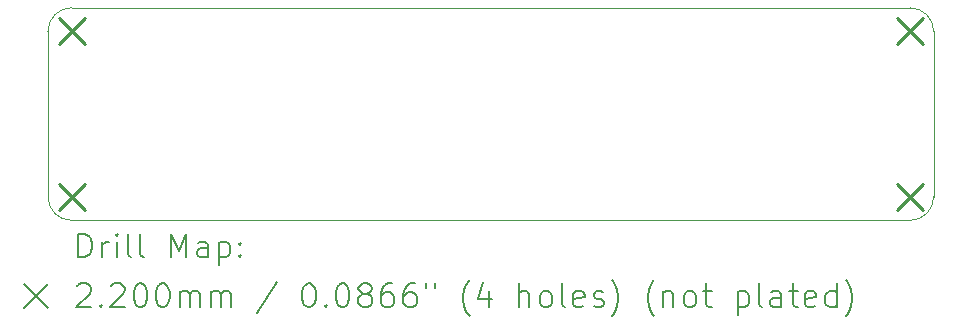
<source format=gbr>
%TF.GenerationSoftware,KiCad,Pcbnew,8.0.4*%
%TF.CreationDate,2025-02-17T13:02:27+11:00*%
%TF.ProjectId,LSG,4c53472e-6b69-4636-9164-5f7063625858,rev?*%
%TF.SameCoordinates,Original*%
%TF.FileFunction,Drillmap*%
%TF.FilePolarity,Positive*%
%FSLAX45Y45*%
G04 Gerber Fmt 4.5, Leading zero omitted, Abs format (unit mm)*
G04 Created by KiCad (PCBNEW 8.0.4) date 2025-02-17 13:02:27*
%MOMM*%
%LPD*%
G01*
G04 APERTURE LIST*
%ADD10C,0.050000*%
%ADD11C,0.200000*%
%ADD12C,0.220000*%
G04 APERTURE END LIST*
D10*
X0Y900000D02*
X3550000Y900000D01*
X0Y-900000D02*
X3550000Y-900000D01*
X3750000Y-700000D02*
X3750000Y700000D01*
X-3750000Y-700000D02*
X-3750000Y700000D01*
X3750000Y-700000D02*
G75*
G02*
X3550000Y-900000I-200000J0D01*
G01*
X3550000Y900000D02*
G75*
G02*
X3750000Y700000I0J-200000D01*
G01*
X0Y900000D02*
X-3550000Y900000D01*
X-3750000Y700000D02*
G75*
G02*
X-3550000Y900000I200000J0D01*
G01*
X-3550000Y-900000D02*
G75*
G02*
X-3750000Y-700000I0J200000D01*
G01*
X0Y-900000D02*
X-3550000Y-900000D01*
D11*
D12*
X-3660000Y810000D02*
X-3440000Y590000D01*
X-3440000Y810000D02*
X-3660000Y590000D01*
X-3660000Y-590000D02*
X-3440000Y-810000D01*
X-3440000Y-590000D02*
X-3660000Y-810000D01*
X3440000Y810000D02*
X3660000Y590000D01*
X3660000Y810000D02*
X3440000Y590000D01*
X3440000Y-590000D02*
X3660000Y-810000D01*
X3660000Y-590000D02*
X3440000Y-810000D01*
D11*
X-3491723Y-1213984D02*
X-3491723Y-1013984D01*
X-3491723Y-1013984D02*
X-3444104Y-1013984D01*
X-3444104Y-1013984D02*
X-3415533Y-1023508D01*
X-3415533Y-1023508D02*
X-3396485Y-1042555D01*
X-3396485Y-1042555D02*
X-3386961Y-1061603D01*
X-3386961Y-1061603D02*
X-3377437Y-1099698D01*
X-3377437Y-1099698D02*
X-3377437Y-1128270D01*
X-3377437Y-1128270D02*
X-3386961Y-1166365D01*
X-3386961Y-1166365D02*
X-3396485Y-1185412D01*
X-3396485Y-1185412D02*
X-3415533Y-1204460D01*
X-3415533Y-1204460D02*
X-3444104Y-1213984D01*
X-3444104Y-1213984D02*
X-3491723Y-1213984D01*
X-3291723Y-1213984D02*
X-3291723Y-1080650D01*
X-3291723Y-1118746D02*
X-3282199Y-1099698D01*
X-3282199Y-1099698D02*
X-3272675Y-1090174D01*
X-3272675Y-1090174D02*
X-3253628Y-1080650D01*
X-3253628Y-1080650D02*
X-3234580Y-1080650D01*
X-3167914Y-1213984D02*
X-3167914Y-1080650D01*
X-3167914Y-1013984D02*
X-3177437Y-1023508D01*
X-3177437Y-1023508D02*
X-3167914Y-1033031D01*
X-3167914Y-1033031D02*
X-3158390Y-1023508D01*
X-3158390Y-1023508D02*
X-3167914Y-1013984D01*
X-3167914Y-1013984D02*
X-3167914Y-1033031D01*
X-3044104Y-1213984D02*
X-3063152Y-1204460D01*
X-3063152Y-1204460D02*
X-3072675Y-1185412D01*
X-3072675Y-1185412D02*
X-3072675Y-1013984D01*
X-2939342Y-1213984D02*
X-2958390Y-1204460D01*
X-2958390Y-1204460D02*
X-2967914Y-1185412D01*
X-2967914Y-1185412D02*
X-2967914Y-1013984D01*
X-2710771Y-1213984D02*
X-2710771Y-1013984D01*
X-2710771Y-1013984D02*
X-2644104Y-1156841D01*
X-2644104Y-1156841D02*
X-2577437Y-1013984D01*
X-2577437Y-1013984D02*
X-2577437Y-1213984D01*
X-2396485Y-1213984D02*
X-2396485Y-1109222D01*
X-2396485Y-1109222D02*
X-2406009Y-1090174D01*
X-2406009Y-1090174D02*
X-2425056Y-1080650D01*
X-2425056Y-1080650D02*
X-2463152Y-1080650D01*
X-2463152Y-1080650D02*
X-2482199Y-1090174D01*
X-2396485Y-1204460D02*
X-2415533Y-1213984D01*
X-2415533Y-1213984D02*
X-2463152Y-1213984D01*
X-2463152Y-1213984D02*
X-2482199Y-1204460D01*
X-2482199Y-1204460D02*
X-2491723Y-1185412D01*
X-2491723Y-1185412D02*
X-2491723Y-1166365D01*
X-2491723Y-1166365D02*
X-2482199Y-1147317D01*
X-2482199Y-1147317D02*
X-2463152Y-1137793D01*
X-2463152Y-1137793D02*
X-2415533Y-1137793D01*
X-2415533Y-1137793D02*
X-2396485Y-1128270D01*
X-2301247Y-1080650D02*
X-2301247Y-1280650D01*
X-2301247Y-1090174D02*
X-2282199Y-1080650D01*
X-2282199Y-1080650D02*
X-2244104Y-1080650D01*
X-2244104Y-1080650D02*
X-2225056Y-1090174D01*
X-2225056Y-1090174D02*
X-2215533Y-1099698D01*
X-2215533Y-1099698D02*
X-2206009Y-1118746D01*
X-2206009Y-1118746D02*
X-2206009Y-1175889D01*
X-2206009Y-1175889D02*
X-2215533Y-1194936D01*
X-2215533Y-1194936D02*
X-2225056Y-1204460D01*
X-2225056Y-1204460D02*
X-2244104Y-1213984D01*
X-2244104Y-1213984D02*
X-2282199Y-1213984D01*
X-2282199Y-1213984D02*
X-2301247Y-1204460D01*
X-2120295Y-1194936D02*
X-2110771Y-1204460D01*
X-2110771Y-1204460D02*
X-2120295Y-1213984D01*
X-2120295Y-1213984D02*
X-2129818Y-1204460D01*
X-2129818Y-1204460D02*
X-2120295Y-1194936D01*
X-2120295Y-1194936D02*
X-2120295Y-1213984D01*
X-2120295Y-1090174D02*
X-2110771Y-1099698D01*
X-2110771Y-1099698D02*
X-2120295Y-1109222D01*
X-2120295Y-1109222D02*
X-2129818Y-1099698D01*
X-2129818Y-1099698D02*
X-2120295Y-1090174D01*
X-2120295Y-1090174D02*
X-2120295Y-1109222D01*
X-3952500Y-1442500D02*
X-3752500Y-1642500D01*
X-3752500Y-1442500D02*
X-3952500Y-1642500D01*
X-3501247Y-1453031D02*
X-3491723Y-1443508D01*
X-3491723Y-1443508D02*
X-3472675Y-1433984D01*
X-3472675Y-1433984D02*
X-3425056Y-1433984D01*
X-3425056Y-1433984D02*
X-3406009Y-1443508D01*
X-3406009Y-1443508D02*
X-3396485Y-1453031D01*
X-3396485Y-1453031D02*
X-3386961Y-1472079D01*
X-3386961Y-1472079D02*
X-3386961Y-1491127D01*
X-3386961Y-1491127D02*
X-3396485Y-1519698D01*
X-3396485Y-1519698D02*
X-3510771Y-1633984D01*
X-3510771Y-1633984D02*
X-3386961Y-1633984D01*
X-3301247Y-1614936D02*
X-3291723Y-1624460D01*
X-3291723Y-1624460D02*
X-3301247Y-1633984D01*
X-3301247Y-1633984D02*
X-3310771Y-1624460D01*
X-3310771Y-1624460D02*
X-3301247Y-1614936D01*
X-3301247Y-1614936D02*
X-3301247Y-1633984D01*
X-3215533Y-1453031D02*
X-3206009Y-1443508D01*
X-3206009Y-1443508D02*
X-3186961Y-1433984D01*
X-3186961Y-1433984D02*
X-3139342Y-1433984D01*
X-3139342Y-1433984D02*
X-3120294Y-1443508D01*
X-3120294Y-1443508D02*
X-3110771Y-1453031D01*
X-3110771Y-1453031D02*
X-3101247Y-1472079D01*
X-3101247Y-1472079D02*
X-3101247Y-1491127D01*
X-3101247Y-1491127D02*
X-3110771Y-1519698D01*
X-3110771Y-1519698D02*
X-3225056Y-1633984D01*
X-3225056Y-1633984D02*
X-3101247Y-1633984D01*
X-2977437Y-1433984D02*
X-2958390Y-1433984D01*
X-2958390Y-1433984D02*
X-2939342Y-1443508D01*
X-2939342Y-1443508D02*
X-2929818Y-1453031D01*
X-2929818Y-1453031D02*
X-2920294Y-1472079D01*
X-2920294Y-1472079D02*
X-2910771Y-1510174D01*
X-2910771Y-1510174D02*
X-2910771Y-1557793D01*
X-2910771Y-1557793D02*
X-2920294Y-1595888D01*
X-2920294Y-1595888D02*
X-2929818Y-1614936D01*
X-2929818Y-1614936D02*
X-2939342Y-1624460D01*
X-2939342Y-1624460D02*
X-2958390Y-1633984D01*
X-2958390Y-1633984D02*
X-2977437Y-1633984D01*
X-2977437Y-1633984D02*
X-2996485Y-1624460D01*
X-2996485Y-1624460D02*
X-3006009Y-1614936D01*
X-3006009Y-1614936D02*
X-3015533Y-1595888D01*
X-3015533Y-1595888D02*
X-3025056Y-1557793D01*
X-3025056Y-1557793D02*
X-3025056Y-1510174D01*
X-3025056Y-1510174D02*
X-3015533Y-1472079D01*
X-3015533Y-1472079D02*
X-3006009Y-1453031D01*
X-3006009Y-1453031D02*
X-2996485Y-1443508D01*
X-2996485Y-1443508D02*
X-2977437Y-1433984D01*
X-2786961Y-1433984D02*
X-2767914Y-1433984D01*
X-2767914Y-1433984D02*
X-2748866Y-1443508D01*
X-2748866Y-1443508D02*
X-2739342Y-1453031D01*
X-2739342Y-1453031D02*
X-2729818Y-1472079D01*
X-2729818Y-1472079D02*
X-2720295Y-1510174D01*
X-2720295Y-1510174D02*
X-2720295Y-1557793D01*
X-2720295Y-1557793D02*
X-2729818Y-1595888D01*
X-2729818Y-1595888D02*
X-2739342Y-1614936D01*
X-2739342Y-1614936D02*
X-2748866Y-1624460D01*
X-2748866Y-1624460D02*
X-2767914Y-1633984D01*
X-2767914Y-1633984D02*
X-2786961Y-1633984D01*
X-2786961Y-1633984D02*
X-2806009Y-1624460D01*
X-2806009Y-1624460D02*
X-2815533Y-1614936D01*
X-2815533Y-1614936D02*
X-2825056Y-1595888D01*
X-2825056Y-1595888D02*
X-2834580Y-1557793D01*
X-2834580Y-1557793D02*
X-2834580Y-1510174D01*
X-2834580Y-1510174D02*
X-2825056Y-1472079D01*
X-2825056Y-1472079D02*
X-2815533Y-1453031D01*
X-2815533Y-1453031D02*
X-2806009Y-1443508D01*
X-2806009Y-1443508D02*
X-2786961Y-1433984D01*
X-2634580Y-1633984D02*
X-2634580Y-1500650D01*
X-2634580Y-1519698D02*
X-2625056Y-1510174D01*
X-2625056Y-1510174D02*
X-2606009Y-1500650D01*
X-2606009Y-1500650D02*
X-2577437Y-1500650D01*
X-2577437Y-1500650D02*
X-2558390Y-1510174D01*
X-2558390Y-1510174D02*
X-2548866Y-1529222D01*
X-2548866Y-1529222D02*
X-2548866Y-1633984D01*
X-2548866Y-1529222D02*
X-2539342Y-1510174D01*
X-2539342Y-1510174D02*
X-2520295Y-1500650D01*
X-2520295Y-1500650D02*
X-2491723Y-1500650D01*
X-2491723Y-1500650D02*
X-2472675Y-1510174D01*
X-2472675Y-1510174D02*
X-2463152Y-1529222D01*
X-2463152Y-1529222D02*
X-2463152Y-1633984D01*
X-2367914Y-1633984D02*
X-2367914Y-1500650D01*
X-2367914Y-1519698D02*
X-2358390Y-1510174D01*
X-2358390Y-1510174D02*
X-2339342Y-1500650D01*
X-2339342Y-1500650D02*
X-2310771Y-1500650D01*
X-2310771Y-1500650D02*
X-2291723Y-1510174D01*
X-2291723Y-1510174D02*
X-2282199Y-1529222D01*
X-2282199Y-1529222D02*
X-2282199Y-1633984D01*
X-2282199Y-1529222D02*
X-2272675Y-1510174D01*
X-2272675Y-1510174D02*
X-2253628Y-1500650D01*
X-2253628Y-1500650D02*
X-2225056Y-1500650D01*
X-2225056Y-1500650D02*
X-2206009Y-1510174D01*
X-2206009Y-1510174D02*
X-2196485Y-1529222D01*
X-2196485Y-1529222D02*
X-2196485Y-1633984D01*
X-1806009Y-1424460D02*
X-1977437Y-1681603D01*
X-1548866Y-1433984D02*
X-1529818Y-1433984D01*
X-1529818Y-1433984D02*
X-1510770Y-1443508D01*
X-1510770Y-1443508D02*
X-1501247Y-1453031D01*
X-1501247Y-1453031D02*
X-1491723Y-1472079D01*
X-1491723Y-1472079D02*
X-1482199Y-1510174D01*
X-1482199Y-1510174D02*
X-1482199Y-1557793D01*
X-1482199Y-1557793D02*
X-1491723Y-1595888D01*
X-1491723Y-1595888D02*
X-1501247Y-1614936D01*
X-1501247Y-1614936D02*
X-1510770Y-1624460D01*
X-1510770Y-1624460D02*
X-1529818Y-1633984D01*
X-1529818Y-1633984D02*
X-1548866Y-1633984D01*
X-1548866Y-1633984D02*
X-1567913Y-1624460D01*
X-1567913Y-1624460D02*
X-1577437Y-1614936D01*
X-1577437Y-1614936D02*
X-1586961Y-1595888D01*
X-1586961Y-1595888D02*
X-1596485Y-1557793D01*
X-1596485Y-1557793D02*
X-1596485Y-1510174D01*
X-1596485Y-1510174D02*
X-1586961Y-1472079D01*
X-1586961Y-1472079D02*
X-1577437Y-1453031D01*
X-1577437Y-1453031D02*
X-1567913Y-1443508D01*
X-1567913Y-1443508D02*
X-1548866Y-1433984D01*
X-1396485Y-1614936D02*
X-1386961Y-1624460D01*
X-1386961Y-1624460D02*
X-1396485Y-1633984D01*
X-1396485Y-1633984D02*
X-1406009Y-1624460D01*
X-1406009Y-1624460D02*
X-1396485Y-1614936D01*
X-1396485Y-1614936D02*
X-1396485Y-1633984D01*
X-1263152Y-1433984D02*
X-1244104Y-1433984D01*
X-1244104Y-1433984D02*
X-1225056Y-1443508D01*
X-1225056Y-1443508D02*
X-1215532Y-1453031D01*
X-1215532Y-1453031D02*
X-1206009Y-1472079D01*
X-1206009Y-1472079D02*
X-1196485Y-1510174D01*
X-1196485Y-1510174D02*
X-1196485Y-1557793D01*
X-1196485Y-1557793D02*
X-1206009Y-1595888D01*
X-1206009Y-1595888D02*
X-1215532Y-1614936D01*
X-1215532Y-1614936D02*
X-1225056Y-1624460D01*
X-1225056Y-1624460D02*
X-1244104Y-1633984D01*
X-1244104Y-1633984D02*
X-1263152Y-1633984D01*
X-1263152Y-1633984D02*
X-1282199Y-1624460D01*
X-1282199Y-1624460D02*
X-1291723Y-1614936D01*
X-1291723Y-1614936D02*
X-1301247Y-1595888D01*
X-1301247Y-1595888D02*
X-1310771Y-1557793D01*
X-1310771Y-1557793D02*
X-1310771Y-1510174D01*
X-1310771Y-1510174D02*
X-1301247Y-1472079D01*
X-1301247Y-1472079D02*
X-1291723Y-1453031D01*
X-1291723Y-1453031D02*
X-1282199Y-1443508D01*
X-1282199Y-1443508D02*
X-1263152Y-1433984D01*
X-1082199Y-1519698D02*
X-1101247Y-1510174D01*
X-1101247Y-1510174D02*
X-1110771Y-1500650D01*
X-1110771Y-1500650D02*
X-1120294Y-1481603D01*
X-1120294Y-1481603D02*
X-1120294Y-1472079D01*
X-1120294Y-1472079D02*
X-1110771Y-1453031D01*
X-1110771Y-1453031D02*
X-1101247Y-1443508D01*
X-1101247Y-1443508D02*
X-1082199Y-1433984D01*
X-1082199Y-1433984D02*
X-1044104Y-1433984D01*
X-1044104Y-1433984D02*
X-1025056Y-1443508D01*
X-1025056Y-1443508D02*
X-1015532Y-1453031D01*
X-1015532Y-1453031D02*
X-1006009Y-1472079D01*
X-1006009Y-1472079D02*
X-1006009Y-1481603D01*
X-1006009Y-1481603D02*
X-1015532Y-1500650D01*
X-1015532Y-1500650D02*
X-1025056Y-1510174D01*
X-1025056Y-1510174D02*
X-1044104Y-1519698D01*
X-1044104Y-1519698D02*
X-1082199Y-1519698D01*
X-1082199Y-1519698D02*
X-1101247Y-1529222D01*
X-1101247Y-1529222D02*
X-1110771Y-1538746D01*
X-1110771Y-1538746D02*
X-1120294Y-1557793D01*
X-1120294Y-1557793D02*
X-1120294Y-1595888D01*
X-1120294Y-1595888D02*
X-1110771Y-1614936D01*
X-1110771Y-1614936D02*
X-1101247Y-1624460D01*
X-1101247Y-1624460D02*
X-1082199Y-1633984D01*
X-1082199Y-1633984D02*
X-1044104Y-1633984D01*
X-1044104Y-1633984D02*
X-1025056Y-1624460D01*
X-1025056Y-1624460D02*
X-1015532Y-1614936D01*
X-1015532Y-1614936D02*
X-1006009Y-1595888D01*
X-1006009Y-1595888D02*
X-1006009Y-1557793D01*
X-1006009Y-1557793D02*
X-1015532Y-1538746D01*
X-1015532Y-1538746D02*
X-1025056Y-1529222D01*
X-1025056Y-1529222D02*
X-1044104Y-1519698D01*
X-834580Y-1433984D02*
X-872675Y-1433984D01*
X-872675Y-1433984D02*
X-891723Y-1443508D01*
X-891723Y-1443508D02*
X-901247Y-1453031D01*
X-901247Y-1453031D02*
X-920294Y-1481603D01*
X-920294Y-1481603D02*
X-929818Y-1519698D01*
X-929818Y-1519698D02*
X-929818Y-1595888D01*
X-929818Y-1595888D02*
X-920294Y-1614936D01*
X-920294Y-1614936D02*
X-910770Y-1624460D01*
X-910770Y-1624460D02*
X-891723Y-1633984D01*
X-891723Y-1633984D02*
X-853628Y-1633984D01*
X-853628Y-1633984D02*
X-834580Y-1624460D01*
X-834580Y-1624460D02*
X-825056Y-1614936D01*
X-825056Y-1614936D02*
X-815532Y-1595888D01*
X-815532Y-1595888D02*
X-815532Y-1548269D01*
X-815532Y-1548269D02*
X-825056Y-1529222D01*
X-825056Y-1529222D02*
X-834580Y-1519698D01*
X-834580Y-1519698D02*
X-853628Y-1510174D01*
X-853628Y-1510174D02*
X-891723Y-1510174D01*
X-891723Y-1510174D02*
X-910770Y-1519698D01*
X-910770Y-1519698D02*
X-920294Y-1529222D01*
X-920294Y-1529222D02*
X-929818Y-1548269D01*
X-644104Y-1433984D02*
X-682199Y-1433984D01*
X-682199Y-1433984D02*
X-701247Y-1443508D01*
X-701247Y-1443508D02*
X-710770Y-1453031D01*
X-710770Y-1453031D02*
X-729818Y-1481603D01*
X-729818Y-1481603D02*
X-739342Y-1519698D01*
X-739342Y-1519698D02*
X-739342Y-1595888D01*
X-739342Y-1595888D02*
X-729818Y-1614936D01*
X-729818Y-1614936D02*
X-720294Y-1624460D01*
X-720294Y-1624460D02*
X-701247Y-1633984D01*
X-701247Y-1633984D02*
X-663151Y-1633984D01*
X-663151Y-1633984D02*
X-644104Y-1624460D01*
X-644104Y-1624460D02*
X-634580Y-1614936D01*
X-634580Y-1614936D02*
X-625056Y-1595888D01*
X-625056Y-1595888D02*
X-625056Y-1548269D01*
X-625056Y-1548269D02*
X-634580Y-1529222D01*
X-634580Y-1529222D02*
X-644104Y-1519698D01*
X-644104Y-1519698D02*
X-663151Y-1510174D01*
X-663151Y-1510174D02*
X-701247Y-1510174D01*
X-701247Y-1510174D02*
X-720294Y-1519698D01*
X-720294Y-1519698D02*
X-729818Y-1529222D01*
X-729818Y-1529222D02*
X-739342Y-1548269D01*
X-548866Y-1433984D02*
X-548866Y-1472079D01*
X-472675Y-1433984D02*
X-472675Y-1472079D01*
X-177437Y-1710174D02*
X-186961Y-1700650D01*
X-186961Y-1700650D02*
X-206008Y-1672079D01*
X-206008Y-1672079D02*
X-215532Y-1653031D01*
X-215532Y-1653031D02*
X-225056Y-1624460D01*
X-225056Y-1624460D02*
X-234580Y-1576841D01*
X-234580Y-1576841D02*
X-234580Y-1538746D01*
X-234580Y-1538746D02*
X-225056Y-1491127D01*
X-225056Y-1491127D02*
X-215532Y-1462555D01*
X-215532Y-1462555D02*
X-206008Y-1443508D01*
X-206008Y-1443508D02*
X-186961Y-1414936D01*
X-186961Y-1414936D02*
X-177437Y-1405412D01*
X-15532Y-1500650D02*
X-15532Y-1633984D01*
X-63151Y-1424460D02*
X-110770Y-1567317D01*
X-110770Y-1567317D02*
X13039Y-1567317D01*
X241610Y-1633984D02*
X241610Y-1433984D01*
X327325Y-1633984D02*
X327325Y-1529222D01*
X327325Y-1529222D02*
X317801Y-1510174D01*
X317801Y-1510174D02*
X298753Y-1500650D01*
X298753Y-1500650D02*
X270182Y-1500650D01*
X270182Y-1500650D02*
X251134Y-1510174D01*
X251134Y-1510174D02*
X241610Y-1519698D01*
X451134Y-1633984D02*
X432087Y-1624460D01*
X432087Y-1624460D02*
X422563Y-1614936D01*
X422563Y-1614936D02*
X413039Y-1595888D01*
X413039Y-1595888D02*
X413039Y-1538746D01*
X413039Y-1538746D02*
X422563Y-1519698D01*
X422563Y-1519698D02*
X432087Y-1510174D01*
X432087Y-1510174D02*
X451134Y-1500650D01*
X451134Y-1500650D02*
X479706Y-1500650D01*
X479706Y-1500650D02*
X498753Y-1510174D01*
X498753Y-1510174D02*
X508277Y-1519698D01*
X508277Y-1519698D02*
X517801Y-1538746D01*
X517801Y-1538746D02*
X517801Y-1595888D01*
X517801Y-1595888D02*
X508277Y-1614936D01*
X508277Y-1614936D02*
X498753Y-1624460D01*
X498753Y-1624460D02*
X479706Y-1633984D01*
X479706Y-1633984D02*
X451134Y-1633984D01*
X632087Y-1633984D02*
X613039Y-1624460D01*
X613039Y-1624460D02*
X603515Y-1605412D01*
X603515Y-1605412D02*
X603515Y-1433984D01*
X784468Y-1624460D02*
X765420Y-1633984D01*
X765420Y-1633984D02*
X727325Y-1633984D01*
X727325Y-1633984D02*
X708277Y-1624460D01*
X708277Y-1624460D02*
X698753Y-1605412D01*
X698753Y-1605412D02*
X698753Y-1529222D01*
X698753Y-1529222D02*
X708277Y-1510174D01*
X708277Y-1510174D02*
X727325Y-1500650D01*
X727325Y-1500650D02*
X765420Y-1500650D01*
X765420Y-1500650D02*
X784468Y-1510174D01*
X784468Y-1510174D02*
X793991Y-1529222D01*
X793991Y-1529222D02*
X793991Y-1548269D01*
X793991Y-1548269D02*
X698753Y-1567317D01*
X870182Y-1624460D02*
X889230Y-1633984D01*
X889230Y-1633984D02*
X927325Y-1633984D01*
X927325Y-1633984D02*
X946372Y-1624460D01*
X946372Y-1624460D02*
X955896Y-1605412D01*
X955896Y-1605412D02*
X955896Y-1595888D01*
X955896Y-1595888D02*
X946372Y-1576841D01*
X946372Y-1576841D02*
X927325Y-1567317D01*
X927325Y-1567317D02*
X898753Y-1567317D01*
X898753Y-1567317D02*
X879706Y-1557793D01*
X879706Y-1557793D02*
X870182Y-1538746D01*
X870182Y-1538746D02*
X870182Y-1529222D01*
X870182Y-1529222D02*
X879706Y-1510174D01*
X879706Y-1510174D02*
X898753Y-1500650D01*
X898753Y-1500650D02*
X927325Y-1500650D01*
X927325Y-1500650D02*
X946372Y-1510174D01*
X1022563Y-1710174D02*
X1032087Y-1700650D01*
X1032087Y-1700650D02*
X1051134Y-1672079D01*
X1051134Y-1672079D02*
X1060658Y-1653031D01*
X1060658Y-1653031D02*
X1070182Y-1624460D01*
X1070182Y-1624460D02*
X1079706Y-1576841D01*
X1079706Y-1576841D02*
X1079706Y-1538746D01*
X1079706Y-1538746D02*
X1070182Y-1491127D01*
X1070182Y-1491127D02*
X1060658Y-1462555D01*
X1060658Y-1462555D02*
X1051134Y-1443508D01*
X1051134Y-1443508D02*
X1032087Y-1414936D01*
X1032087Y-1414936D02*
X1022563Y-1405412D01*
X1384468Y-1710174D02*
X1374944Y-1700650D01*
X1374944Y-1700650D02*
X1355896Y-1672079D01*
X1355896Y-1672079D02*
X1346373Y-1653031D01*
X1346373Y-1653031D02*
X1336849Y-1624460D01*
X1336849Y-1624460D02*
X1327325Y-1576841D01*
X1327325Y-1576841D02*
X1327325Y-1538746D01*
X1327325Y-1538746D02*
X1336849Y-1491127D01*
X1336849Y-1491127D02*
X1346373Y-1462555D01*
X1346373Y-1462555D02*
X1355896Y-1443508D01*
X1355896Y-1443508D02*
X1374944Y-1414936D01*
X1374944Y-1414936D02*
X1384468Y-1405412D01*
X1460658Y-1500650D02*
X1460658Y-1633984D01*
X1460658Y-1519698D02*
X1470182Y-1510174D01*
X1470182Y-1510174D02*
X1489230Y-1500650D01*
X1489230Y-1500650D02*
X1517801Y-1500650D01*
X1517801Y-1500650D02*
X1536849Y-1510174D01*
X1536849Y-1510174D02*
X1546372Y-1529222D01*
X1546372Y-1529222D02*
X1546372Y-1633984D01*
X1670182Y-1633984D02*
X1651134Y-1624460D01*
X1651134Y-1624460D02*
X1641611Y-1614936D01*
X1641611Y-1614936D02*
X1632087Y-1595888D01*
X1632087Y-1595888D02*
X1632087Y-1538746D01*
X1632087Y-1538746D02*
X1641611Y-1519698D01*
X1641611Y-1519698D02*
X1651134Y-1510174D01*
X1651134Y-1510174D02*
X1670182Y-1500650D01*
X1670182Y-1500650D02*
X1698753Y-1500650D01*
X1698753Y-1500650D02*
X1717801Y-1510174D01*
X1717801Y-1510174D02*
X1727325Y-1519698D01*
X1727325Y-1519698D02*
X1736849Y-1538746D01*
X1736849Y-1538746D02*
X1736849Y-1595888D01*
X1736849Y-1595888D02*
X1727325Y-1614936D01*
X1727325Y-1614936D02*
X1717801Y-1624460D01*
X1717801Y-1624460D02*
X1698753Y-1633984D01*
X1698753Y-1633984D02*
X1670182Y-1633984D01*
X1793992Y-1500650D02*
X1870182Y-1500650D01*
X1822563Y-1433984D02*
X1822563Y-1605412D01*
X1822563Y-1605412D02*
X1832087Y-1624460D01*
X1832087Y-1624460D02*
X1851134Y-1633984D01*
X1851134Y-1633984D02*
X1870182Y-1633984D01*
X2089230Y-1500650D02*
X2089230Y-1700650D01*
X2089230Y-1510174D02*
X2108277Y-1500650D01*
X2108277Y-1500650D02*
X2146373Y-1500650D01*
X2146373Y-1500650D02*
X2165420Y-1510174D01*
X2165420Y-1510174D02*
X2174944Y-1519698D01*
X2174944Y-1519698D02*
X2184468Y-1538746D01*
X2184468Y-1538746D02*
X2184468Y-1595888D01*
X2184468Y-1595888D02*
X2174944Y-1614936D01*
X2174944Y-1614936D02*
X2165420Y-1624460D01*
X2165420Y-1624460D02*
X2146373Y-1633984D01*
X2146373Y-1633984D02*
X2108277Y-1633984D01*
X2108277Y-1633984D02*
X2089230Y-1624460D01*
X2298754Y-1633984D02*
X2279706Y-1624460D01*
X2279706Y-1624460D02*
X2270182Y-1605412D01*
X2270182Y-1605412D02*
X2270182Y-1433984D01*
X2460658Y-1633984D02*
X2460658Y-1529222D01*
X2460658Y-1529222D02*
X2451135Y-1510174D01*
X2451135Y-1510174D02*
X2432087Y-1500650D01*
X2432087Y-1500650D02*
X2393992Y-1500650D01*
X2393992Y-1500650D02*
X2374944Y-1510174D01*
X2460658Y-1624460D02*
X2441611Y-1633984D01*
X2441611Y-1633984D02*
X2393992Y-1633984D01*
X2393992Y-1633984D02*
X2374944Y-1624460D01*
X2374944Y-1624460D02*
X2365420Y-1605412D01*
X2365420Y-1605412D02*
X2365420Y-1586365D01*
X2365420Y-1586365D02*
X2374944Y-1567317D01*
X2374944Y-1567317D02*
X2393992Y-1557793D01*
X2393992Y-1557793D02*
X2441611Y-1557793D01*
X2441611Y-1557793D02*
X2460658Y-1548269D01*
X2527325Y-1500650D02*
X2603515Y-1500650D01*
X2555896Y-1433984D02*
X2555896Y-1605412D01*
X2555896Y-1605412D02*
X2565420Y-1624460D01*
X2565420Y-1624460D02*
X2584468Y-1633984D01*
X2584468Y-1633984D02*
X2603515Y-1633984D01*
X2746373Y-1624460D02*
X2727325Y-1633984D01*
X2727325Y-1633984D02*
X2689230Y-1633984D01*
X2689230Y-1633984D02*
X2670182Y-1624460D01*
X2670182Y-1624460D02*
X2660658Y-1605412D01*
X2660658Y-1605412D02*
X2660658Y-1529222D01*
X2660658Y-1529222D02*
X2670182Y-1510174D01*
X2670182Y-1510174D02*
X2689230Y-1500650D01*
X2689230Y-1500650D02*
X2727325Y-1500650D01*
X2727325Y-1500650D02*
X2746373Y-1510174D01*
X2746373Y-1510174D02*
X2755896Y-1529222D01*
X2755896Y-1529222D02*
X2755896Y-1548269D01*
X2755896Y-1548269D02*
X2660658Y-1567317D01*
X2927325Y-1633984D02*
X2927325Y-1433984D01*
X2927325Y-1624460D02*
X2908277Y-1633984D01*
X2908277Y-1633984D02*
X2870182Y-1633984D01*
X2870182Y-1633984D02*
X2851134Y-1624460D01*
X2851134Y-1624460D02*
X2841611Y-1614936D01*
X2841611Y-1614936D02*
X2832087Y-1595888D01*
X2832087Y-1595888D02*
X2832087Y-1538746D01*
X2832087Y-1538746D02*
X2841611Y-1519698D01*
X2841611Y-1519698D02*
X2851134Y-1510174D01*
X2851134Y-1510174D02*
X2870182Y-1500650D01*
X2870182Y-1500650D02*
X2908277Y-1500650D01*
X2908277Y-1500650D02*
X2927325Y-1510174D01*
X3003515Y-1710174D02*
X3013039Y-1700650D01*
X3013039Y-1700650D02*
X3032087Y-1672079D01*
X3032087Y-1672079D02*
X3041611Y-1653031D01*
X3041611Y-1653031D02*
X3051134Y-1624460D01*
X3051134Y-1624460D02*
X3060658Y-1576841D01*
X3060658Y-1576841D02*
X3060658Y-1538746D01*
X3060658Y-1538746D02*
X3051134Y-1491127D01*
X3051134Y-1491127D02*
X3041611Y-1462555D01*
X3041611Y-1462555D02*
X3032087Y-1443508D01*
X3032087Y-1443508D02*
X3013039Y-1414936D01*
X3013039Y-1414936D02*
X3003515Y-1405412D01*
M02*

</source>
